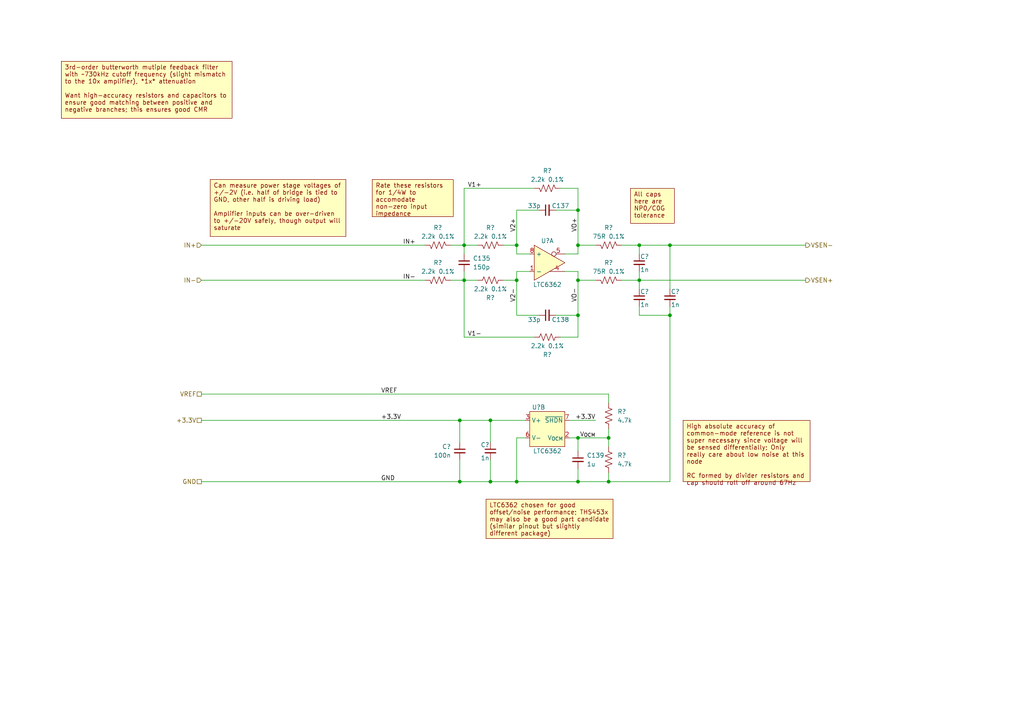
<source format=kicad_sch>
(kicad_sch (version 20230121) (generator eeschema)
  (paper "A4")
  (title_block (title "Shim Amplifier Prototype") (date "2023-08-01") (rev "A.1") (company "Ishaan Govindarajan"))
  (lib_symbols
    (symbol "Custom-AnalogIC:LTC6362"
      (property "Reference" "U" (at -2.54 6.35 0))
      (property "Value" "LTC6362" (at 0 -6.35 0))
      (symbol "LTC6362_1_1"
        (polyline (pts (xy -3.81 5.08) (xy -3.81 -5.08) (xy 5.08 0) (xy -3.81 5.08)) (fill (type background)))
        (pin input line (at -5.08 -2.54 0) (length 1.27) (name "-") (number "1"))
        (pin output line (at 5.08 -2.54 180) (length 4.445) (name "") (number "4"))
        (pin output inverted (at 5.08 2.54 180) (length 3.81) (name "") (number "5"))
        (pin input line (at -5.08 2.54 0) (length 1.27) (name "+") (number "8"))
      )
      (symbol "LTC6362_2_1"
        (rectangle (start -5.08 5.08) (end 5.08 -5.08) (fill (type background)))
        (pin input line (at 6.35 -2.54 180) (length 1.27) (name "V_{OCM}") (number "2"))
        (pin power_in line (at -6.35 2.54 0) (length 1.27) (name "V+") (number "3"))
        (pin power_in line (at -6.35 -2.54 0) (length 1.27) (name "V-") (number "6"))
        (pin input line (at 6.35 2.54 180) (length 1.27) (name "~{SHDN}") (number "7"))
      )
    )
    (symbol "Custom-Capacitor:CL10B102KB8NNNC" (pin_numbers hide) (pin_names (offset 0.254) hide)
      (property "Reference" "C" (at 0.254 1.778 0))
      (property "Value" "1n" (at 0.254 -2.032 0))
      (symbol "CL10B102KB8NNNC_0_1"
        (polyline (pts (xy -1.524 -0.508) (xy 1.524 -0.508)) (stroke (width 0.3302)))
        (polyline (pts (xy -1.524 0.508) (xy 1.524 0.508)) (stroke (width 0.3048)))
      )
      (symbol "CL10B102KB8NNNC_1_1"
        (pin passive line (at 0 2.54 270) (length 2.032) (name "~") (number "1"))
        (pin passive line (at 0 -2.54 90) (length 2.032) (name "~") (number "2"))
      )
    )
    (symbol "Custom-Capacitor:CL10B104KB8NNWC" (pin_numbers hide) (pin_names (offset 0.254) hide)
      (property "Reference" "C" (at 0.254 1.778 0))
      (property "Value" "100n" (at 0.254 -2.032 0))
      (symbol "CL10B104KB8NNWC_0_1"
        (polyline (pts (xy -1.524 -0.508) (xy 1.524 -0.508)) (stroke (width 0.3302)))
        (polyline (pts (xy -1.524 0.508) (xy 1.524 0.508)) (stroke (width 0.3048)))
      )
      (symbol "CL10B104KB8NNWC_1_1"
        (pin passive line (at 0 2.54 270) (length 2.032) (name "~") (number "1"))
        (pin passive line (at 0 -2.54 90) (length 2.032) (name "~") (number "2"))
      )
    )
    (symbol "Custom-Capacitor:CL21B105KBFNNNG" (pin_numbers hide) (pin_names (offset 0.254) hide)
      (property "Reference" "C" (at 0.254 1.778 0))
      (property "Value" "1u" (at 0.254 -2.032 0))
      (symbol "CL21B105KBFNNNG_0_1"
        (polyline (pts (xy -1.524 -0.508) (xy 1.524 -0.508)) (stroke (width 0.3302)))
        (polyline (pts (xy -1.524 0.508) (xy 1.524 0.508)) (stroke (width 0.3048)))
      )
      (symbol "CL21B105KBFNNNG_1_1"
        (pin passive line (at 0 2.54 270) (length 2.032) (name "~") (number "1"))
        (pin passive line (at 0 -2.54 90) (length 2.032) (name "~") (number "2"))
      )
    )
    (symbol "Custom-Capacitor:GCM1885C2A151JA16D" (pin_numbers hide) (pin_names (offset 0.254) hide)
      (property "Reference" "C" (at 0.254 1.778 0))
      (property "Value" "150p" (at 0.254 -2.032 0))
      (symbol "GCM1885C2A151JA16D_0_1"
        (polyline (pts (xy -1.524 -0.508) (xy 1.524 -0.508)) (stroke (width 0.3302)))
        (polyline (pts (xy -1.524 0.508) (xy 1.524 0.508)) (stroke (width 0.3048)))
      )
      (symbol "GCM1885C2A151JA16D_1_1"
        (pin passive line (at 0 2.54 270) (length 2.032) (name "~") (number "1"))
        (pin passive line (at 0 -2.54 90) (length 2.032) (name "~") (number "2"))
      )
    )
    (symbol "Custom-Capacitor:GCM1885C2A330JA16D" (pin_numbers hide) (pin_names (offset 0.254) hide)
      (property "Reference" "C" (at 0.254 1.778 0))
      (property "Value" "33p" (at 0.254 -2.032 0))
      (symbol "GCM1885C2A330JA16D_0_1"
        (polyline (pts (xy -1.524 -0.508) (xy 1.524 -0.508)) (stroke (width 0.3302)))
        (polyline (pts (xy -1.524 0.508) (xy 1.524 0.508)) (stroke (width 0.3048)))
      )
      (symbol "GCM1885C2A330JA16D_1_1"
        (pin passive line (at 0 2.54 270) (length 2.032) (name "~") (number "1"))
        (pin passive line (at 0 -2.54 90) (length 2.032) (name "~") (number "2"))
      )
    )
    (symbol "Custom-Resistor:RMCF0603FT4K70" (pin_numbers hide) (pin_names (offset 0))
      (property "Reference" "R" (at 2.54 0 90))
      (property "Value" "4.7k" (at -2.54 0 90))
      (symbol "RMCF0603FT4K70_0_1"
        (polyline (pts (xy 0 -2.286) (xy 0 -2.54)))
        (polyline (pts (xy 0 2.286) (xy 0 2.54)))
        (polyline (pts (xy 0 -0.762) (xy 1.016 -1.143) (xy 0 -1.524) (xy -1.016 -1.905) (xy 0 -2.286)))
        (polyline (pts (xy 0 0.762) (xy 1.016 0.381) (xy 0 0) (xy -1.016 -0.381) (xy 0 -0.762)))
        (polyline (pts (xy 0 2.286) (xy 1.016 1.905) (xy 0 1.524) (xy -1.016 1.143) (xy 0 0.762)))
      )
      (symbol "RMCF0603FT4K70_1_1"
        (pin passive line (at 0 3.81 270) (length 1.27) (name "~") (number "1"))
        (pin passive line (at 0 -3.81 90) (length 1.27) (name "~") (number "2"))
      )
    )
    (symbol "Custom-Resistor:RN73R1JTTD75R0B25" (pin_numbers hide) (pin_names (offset 0))
      (property "Reference" "R" (at 2.54 0 90))
      (property "Value" "75R 0.1%" (at -2.54 0 90))
      (symbol "RN73R1JTTD75R0B25_0_1"
        (polyline (pts (xy 0 -2.286) (xy 0 -2.54)))
        (polyline (pts (xy 0 2.286) (xy 0 2.54)))
        (polyline (pts (xy 0 -0.762) (xy 1.016 -1.143) (xy 0 -1.524) (xy -1.016 -1.905) (xy 0 -2.286)))
        (polyline (pts (xy 0 0.762) (xy 1.016 0.381) (xy 0 0) (xy -1.016 -0.381) (xy 0 -0.762)))
        (polyline (pts (xy 0 2.286) (xy 1.016 1.905) (xy 0 1.524) (xy -1.016 1.143) (xy 0 0.762)))
      )
      (symbol "RN73R1JTTD75R0B25_1_1"
        (pin passive line (at 0 3.81 270) (length 1.27) (name "~") (number "1"))
        (pin passive line (at 0 -3.81 90) (length 1.27) (name "~") (number "2"))
      )
    )
    (symbol "Custom-Resistor:RN73R2BTTD2201B25" (pin_numbers hide) (pin_names (offset 0))
      (property "Reference" "R" (at 2.54 0 90))
      (property "Value" "2.2k 0.1%" (at -2.54 0 90))
      (symbol "RN73R2BTTD2201B25_0_1"
        (polyline (pts (xy 0 -2.286) (xy 0 -2.54)))
        (polyline (pts (xy 0 2.286) (xy 0 2.54)))
        (polyline (pts (xy 0 -0.762) (xy 1.016 -1.143) (xy 0 -1.524) (xy -1.016 -1.905) (xy 0 -2.286)))
        (polyline (pts (xy 0 0.762) (xy 1.016 0.381) (xy 0 0) (xy -1.016 -0.381) (xy 0 -0.762)))
        (polyline (pts (xy 0 2.286) (xy 1.016 1.905) (xy 0 1.524) (xy -1.016 1.143) (xy 0 0.762)))
      )
      (symbol "RN73R2BTTD2201B25_1_1"
        (pin passive line (at 0 3.81 270) (length 1.27) (name "~") (number "1"))
        (pin passive line (at 0 -3.81 90) (length 1.27) (name "~") (number "2"))
      )
    )
  )
  (junction (at 133.35 139.7))
  (junction (at 167.64 139.7))
  (junction (at 133.35 121.92))
  (junction (at 142.24 121.92))
  (junction (at 134.62 81.28))
  (junction (at 167.64 71.12))
  (junction (at 167.64 81.28))
  (junction (at 142.24 139.7))
  (junction (at 194.31 71.12))
  (junction (at 167.64 60.96))
  (junction (at 185.42 81.28))
  (junction (at 149.86 81.28))
  (junction (at 176.53 139.7))
  (junction (at 167.64 127))
  (junction (at 176.53 127))
  (junction (at 134.62 71.12))
  (junction (at 194.31 91.44))
  (junction (at 149.86 139.7))
  (junction (at 185.42 71.12))
  (junction (at 167.64 91.44))
  (junction (at 149.86 71.12))
  (wire (pts (xy 194.31 88.9) (xy 194.31 91.44)))
  (wire (pts (xy 153.67 73.66) (xy 149.86 73.66)))
  (wire (pts (xy 134.62 97.79) (xy 134.62 81.28)))
  (wire (pts (xy 149.86 60.96) (xy 156.21 60.96)))
  (wire (pts (xy 185.42 78.74) (xy 185.42 81.28)))
  (wire (pts (xy 133.35 121.92) (xy 133.35 128.27)))
  (wire (pts (xy 167.64 135.89) (xy 167.64 139.7)))
  (wire (pts (xy 134.62 71.12) (xy 130.81 71.12)))
  (wire (pts (xy 167.64 97.79) (xy 167.64 91.44)))
  (wire (pts (xy 185.42 71.12) (xy 185.42 73.66)))
  (wire (pts (xy 167.64 60.96) (xy 161.29 60.96)))
  (wire (pts (xy 185.42 81.28) (xy 185.42 83.82)))
  (wire (pts (xy 176.53 127) (xy 176.53 129.54)))
  (wire (pts (xy 185.42 91.44) (xy 194.31 91.44)))
  (wire (pts (xy 149.86 127) (xy 152.4 127)))
  (wire (pts (xy 142.24 139.7) (xy 149.86 139.7)))
  (wire (pts (xy 176.53 137.16) (xy 176.53 139.7)))
  (wire (pts (xy 149.86 78.74) (xy 149.86 81.28)))
  (wire (pts (xy 167.64 71.12) (xy 167.64 73.66)))
  (wire (pts (xy 154.94 54.61) (xy 134.62 54.61)))
  (wire (pts (xy 167.64 54.61) (xy 167.64 60.96)))
  (wire (pts (xy 194.31 91.44) (xy 194.31 139.7)))
  (wire (pts (xy 149.86 139.7) (xy 167.64 139.7)))
  (wire (pts (xy 185.42 71.12) (xy 194.31 71.12)))
  (wire (pts (xy 149.86 71.12) (xy 149.86 73.66)))
  (wire (pts (xy 58.42 71.12) (xy 123.19 71.12)))
  (wire (pts (xy 58.42 81.28) (xy 123.19 81.28)))
  (wire (pts (xy 176.53 139.7) (xy 194.31 139.7)))
  (wire (pts (xy 138.43 71.12) (xy 134.62 71.12)))
  (wire (pts (xy 154.94 97.79) (xy 134.62 97.79)))
  (wire (pts (xy 149.86 71.12) (xy 149.86 60.96)))
  (wire (pts (xy 167.64 127) (xy 167.64 130.81)))
  (wire (pts (xy 142.24 121.92) (xy 152.4 121.92)))
  (wire (pts (xy 134.62 71.12) (xy 134.62 73.66)))
  (wire (pts (xy 167.64 78.74) (xy 163.83 78.74)))
  (wire (pts (xy 133.35 121.92) (xy 142.24 121.92)))
  (wire (pts (xy 134.62 81.28) (xy 130.81 81.28)))
  (wire (pts (xy 134.62 78.74) (xy 134.62 81.28)))
  (wire (pts (xy 133.35 139.7) (xy 142.24 139.7)))
  (wire (pts (xy 194.31 71.12) (xy 194.31 83.82)))
  (wire (pts (xy 185.42 88.9) (xy 185.42 91.44)))
  (wire (pts (xy 185.42 81.28) (xy 180.34 81.28)))
  (wire (pts (xy 167.64 54.61) (xy 162.56 54.61)))
  (wire (pts (xy 167.64 91.44) (xy 167.64 81.28)))
  (wire (pts (xy 172.72 81.28) (xy 167.64 81.28)))
  (wire (pts (xy 165.1 127) (xy 167.64 127)))
  (wire (pts (xy 138.43 81.28) (xy 134.62 81.28)))
  (wire (pts (xy 58.42 121.92) (xy 133.35 121.92)))
  (wire (pts (xy 167.64 60.96) (xy 167.64 71.12)))
  (wire (pts (xy 149.86 71.12) (xy 146.05 71.12)))
  (wire (pts (xy 167.64 81.28) (xy 167.64 78.74)))
  (wire (pts (xy 167.64 127) (xy 176.53 127)))
  (wire (pts (xy 134.62 54.61) (xy 134.62 71.12)))
  (wire (pts (xy 149.86 139.7) (xy 149.86 127)))
  (wire (pts (xy 149.86 91.44) (xy 156.21 91.44)))
  (wire (pts (xy 58.42 114.3) (xy 176.53 114.3)))
  (wire (pts (xy 142.24 133.35) (xy 142.24 139.7)))
  (wire (pts (xy 167.64 91.44) (xy 161.29 91.44)))
  (wire (pts (xy 58.42 139.7) (xy 133.35 139.7)))
  (wire (pts (xy 233.68 81.28) (xy 185.42 81.28)))
  (wire (pts (xy 165.1 121.92) (xy 172.72 121.92)))
  (wire (pts (xy 176.53 116.84) (xy 176.53 114.3)))
  (wire (pts (xy 167.64 139.7) (xy 176.53 139.7)))
  (wire (pts (xy 185.42 71.12) (xy 180.34 71.12)))
  (wire (pts (xy 149.86 81.28) (xy 149.86 91.44)))
  (wire (pts (xy 194.31 71.12) (xy 233.68 71.12)))
  (wire (pts (xy 133.35 133.35) (xy 133.35 139.7)))
  (wire (pts (xy 167.64 97.79) (xy 162.56 97.79)))
  (wire (pts (xy 149.86 81.28) (xy 146.05 81.28)))
  (wire (pts (xy 167.64 73.66) (xy 163.83 73.66)))
  (wire (pts (xy 153.67 78.74) (xy 149.86 78.74)))
  (wire (pts (xy 172.72 71.12) (xy 167.64 71.12)))
  (wire (pts (xy 142.24 121.92) (xy 142.24 128.27)))
  (wire (pts (xy 176.53 127) (xy 176.53 124.46)))
  (text_box "All caps here are NP0/C0G tolerance\n" (at 182.88 54.61 0) (size 12.7 10.16) (stroke (width 0) (color 132 0 0 1)) (fill (type color) (color 255 255 194 1)) (effects (font (size 1.27 1.27)) (justify left top)))
  (text_box "LTC6362 chosen for good offset/noise performance; THS453x may also be a good part candidate (similar pinout but slightly different package)\n" (at 140.97 144.78 0) (size 36.83 11.43) (stroke (width 0) (color 132 0 0 1)) (fill (type color) (color 255 255 194 1)) (effects (font (size 1.27 1.27)) (justify left top)))
  (text_box "Rate these resistors for 1/4W to accomodate non-zero input impedance" (at 107.95 52.07 0) (size 23.495 10.795) (stroke (width 0) (color 132 0 0 1)) (fill (type color) (color 255 255 194 1)) (effects (font (size 1.27 1.27)) (justify left top)))
  (text_box "Can measure power stage voltages of +/-2V (i.e. half of bridge is tied to GND, other half is driving load)\n\nAmplifier inputs can be over-driven to +/-20V safely, though output will saturate" (at 60.96 52.07 0) (size 39.37 16.51) (stroke (width 0) (color 132 0 0 1)) (fill (type color) (color 255 255 194 1)) (effects (font (size 1.27 1.27)) (justify left top)))
  (text_box "3rd-order butterworth mutiple feedback filter with ~730kHz cutoff frequency (slight mismatch to the 10x amplifier), *1x* attenuation\n\nWant high-accuracy resistors and capacitors to ensure good matching between positive and negative branches; this ensures good CMR" (at 17.78 17.78 0) (size 49.53 16.51) (stroke (width 0) (color 132 0 0 1)) (fill (type color) (color 255 255 194 1)) (effects (font (size 1.27 1.27)) (justify left top)))
  (text_box "High absolute accuracy of common-mode reference is not super necessary since voltage will be sensed differentially; Only really care about low noise at this node\n\nRC formed by divider resistors and cap should roll off around 67Hz\n" (at 198.12 121.92 0) (size 36.83 17.78) (stroke (width 0) (color 132 0 0 1)) (fill (type color) (color 255 255 194 1)) (effects (font (size 1.27 1.27)) (justify left top)))
  (label "V1+" (at 139.7 54.61 180))
  (label "V2-" (at 149.86 87.63 90))
  (label "V_{OCM}" (at 172.72 127 180))
  (label "+3.3V" (at 172.72 121.92 180))
  (label "GND" (at 110.49 139.7 0))
  (label "V1-" (at 139.7 97.79 180))
  (label "IN+" (at 116.84 71.12 0))
  (label "V2+" (at 149.86 67.31 90))
  (label "VO-" (at 167.64 87.63 90))
  (label "VO+" (at 167.64 67.31 90))
  (label "IN-" (at 116.84 81.28 0))
  (label "VREF" (at 110.49 114.3 0))
  (label "+3.3V" (at 110.49 121.92 0))
  (hierarchical_label "VSEN+" (shape output) (at 233.68 81.28 0))
  (hierarchical_label "GND" (shape passive) (at 58.42 139.7 180))
  (hierarchical_label "VREF" (shape passive) (at 58.42 114.3 180))
  (hierarchical_label "VSEN-" (shape output) (at 233.68 71.12 0))
  (hierarchical_label "IN-" (shape input) (at 58.42 81.28 180))
  (hierarchical_label "+3.3V" (shape passive) (at 58.42 121.92 180))
  (hierarchical_label "IN+" (shape input) (at 58.42 71.12 180))
  (symbol (lib_id "Custom-Resistor:RN73R1JTTD75R0B25") (at 176.53 81.28 270) (mirror x) (unit 1)
    (property "Reference" "R?" (at 176.53 76.2 90))
    (property "Value" "75R 0.1%" (at 176.53 78.74 90))
    (property "Footprint" "Resistor_SMD:R_0603_1608Metric_Pad0.98x0.95mm_HandSolder" (effects hide))
    (property "Datasheet" "https://www.koaspeer.com/pdfs/RN73R.pdf" (effects hide))
    (property "Manufacturer" "KOA Speer Electronics, Inc." (effects hide))
    (property "Part Number" "RN73R1JTTD75R0B25" (effects hide))
    (instances (project "Class-D Prototype RevB" (path "" (reference "R?") (unit 1)) (path "" (reference "R?") (unit 1)) (path "" (reference "R44") (unit 1))))
  )
  (symbol (lib_id "Custom-Capacitor:CL21B105KBFNNNG") (at 167.64 133.35 0) (unit 1)
    (property "Reference" "C139" (at 170.18 132.0863 0) (effects (justify left)))
    (property "Value" "1u" (at 170.18 134.6263 0) (effects (justify left)))
    (property "Footprint" "Capacitor_SMD:C_0805_2012Metric_Pad1.18x1.45mm_HandSolder" (effects hide))
    (property "Datasheet" "https://media.digikey.com/pdf/Data%20Sheets/Samsung%20PDFs/CL21B105KBFNNNG_Spec.pdf" (effects hide))
    (property "Manufacturer" "Samsung Electro-Mechanics" (effects hide))
    (property "Part Number" "CL21B105KBFNNNG" (effects hide))
  )
  (symbol (lib_id "Custom-Resistor:RMCF0603FT4K70") (at 176.53 120.65 0) (unit 1)
    (property "Reference" "R?" (at 179.07 119.38 0) (effects (justify left)))
    (property "Value" "4.7k" (at 179.07 121.92 0) (effects (justify left)))
    (property "Footprint" "Resistor_SMD:R_0603_1608Metric_Pad0.98x0.95mm_HandSolder" (effects hide))
    (property "Datasheet" "https://www.seielect.com/Catalog/SEI-RMCF_RMCP.pdf" (effects hide))
    (property "Manufacturer" "Stackpole Electronics Inc" (effects hide))
    (property "Part Number" "RMCF0603FT4K70" (effects hide))
    (instances (project "Class-D Prototype RevB" (path "" (reference "R?") (unit 1)) (path "" (reference "R45") (unit 1))))
  )
  (symbol (lib_id "Custom-AnalogIC:LTC6362") (at 158.75 124.46 0) (unit 2)
    (property "Reference" "U?" (at 156.21 118.11 0))
    (property "Value" "LTC6362" (at 158.75 130.81 0))
    (property "Footprint" "Package_SO:MSOP-8_3x3mm_P0.65mm" (effects hide))
    (property "Datasheet" "https://www.analog.com/media/en/technical-documentation/data-sheets/6362fa.pdf" (effects hide))
    (property "Manufacturer" "Analog Devices Inc." (effects hide))
    (property "Part Number" "LTC6362CMS8#TRPBF" (effects hide))
    (instances (project "Class-D Prototype RevB" (path "" (reference "U?") (unit 2)) (path "" (reference "U?") (unit 2)) (path "" (reference "U7") (unit 2))))
  )
  (symbol (lib_id "Custom-Resistor:RN73R2BTTD2201B25") (at 127 81.28 270) (mirror x) (unit 1)
    (property "Reference" "R?" (at 127 76.2 90))
    (property "Value" "2.2k 0.1%" (at 127 78.74 90))
    (property "Footprint" "Resistor_SMD:R_1206_3216Metric_Pad1.30x1.75mm_HandSolder" (effects hide))
    (property "Datasheet" "https://www.koaspeer.com/pdfs/RN73R.pdf" (effects hide))
    (property "Manufacturer" "KOA Speer Electronics, Inc." (effects hide))
    (property "Part Number" "RN73R2BTTD2201B25" (effects hide))
    (instances (project "Class-D Prototype RevB" (path "" (reference "R?") (unit 1)) (path "" (reference "R?") (unit 1)) (path "" (reference "R38") (unit 1))))
  )
  (symbol (lib_id "Custom-Resistor:RN73R2BTTD2201B25") (at 142.24 71.12 270) (mirror x) (unit 1)
    (property "Reference" "R?" (at 142.24 66.04 90))
    (property "Value" "2.2k 0.1%" (at 142.24 68.58 90))
    (property "Footprint" "Resistor_SMD:R_1206_3216Metric_Pad1.30x1.75mm_HandSolder" (effects hide))
    (property "Datasheet" "https://www.koaspeer.com/pdfs/RN73R.pdf" (effects hide))
    (property "Manufacturer" "KOA Speer Electronics, Inc." (effects hide))
    (property "Part Number" "RN73R2BTTD2201B25" (effects hide))
    (instances (project "Class-D Prototype RevB" (path "" (reference "R?") (unit 1)) (path "" (reference "R?") (unit 1)) (path "" (reference "R39") (unit 1))))
  )
  (symbol (lib_id "Custom-Capacitor:CL10B102KB8NNNC") (at 142.24 130.81 0) (mirror y) (unit 1)
    (property "Reference" "C?" (at 141.986 129.032 0) (effects (justify left)))
    (property "Value" "1n" (at 141.986 132.842 0) (effects (justify left)))
    (property "Footprint" "Capacitor_SMD:C_0603_1608Metric_Pad1.08x0.95mm_HandSolder" (effects hide))
    (property "Datasheet" "https://product.samsungsem.com/mlcc/CL10B102KB8NNN.do" (effects hide))
    (property "Manufacturer" "Samsung Electro-Mechanics" (effects hide))
    (property "Part Number" "CL10B102KB8NNNC" (effects hide))
    (instances (project "Class-D Prototype RevB" (path "" (reference "C?") (unit 1)) (path "" (reference "C?") (unit 1)) (path "" (reference "C136") (unit 1))))
  )
  (symbol (lib_id "Custom-AnalogIC:LTC6362") (at 158.75 76.2 0) (unit 1)
    (property "Reference" "U?" (at 158.75 69.85 0))
    (property "Value" "LTC6362" (at 158.75 82.55 0))
    (property "Footprint" "Package_SO:MSOP-8_3x3mm_P0.65mm" (effects hide))
    (property "Datasheet" "https://www.analog.com/media/en/technical-documentation/data-sheets/6362fa.pdf" (effects hide))
    (property "Manufacturer" "Analog Devices Inc." (effects hide))
    (property "Part Number" "LTC6362CMS8#TRPBF" (effects hide))
    (instances (project "Class-D Prototype RevB" (path "" (reference "U?") (unit 1)) (path "" (reference "U?") (unit 1)) (path "" (reference "U7") (unit 1))))
  )
  (symbol (lib_id "Custom-Resistor:RN73R2BTTD2201B25") (at 158.75 54.61 270) (mirror x) (unit 1)
    (property "Reference" "R?" (at 158.75 49.53 90))
    (property "Value" "2.2k 0.1%" (at 158.75 52.07 90))
    (property "Footprint" "Resistor_SMD:R_1206_3216Metric_Pad1.30x1.75mm_HandSolder" (effects hide))
    (property "Datasheet" "https://www.koaspeer.com/pdfs/RN73R.pdf" (effects hide))
    (property "Manufacturer" "KOA Speer Electronics, Inc." (effects hide))
    (property "Part Number" "RN73R2BTTD2201B25" (effects hide))
    (instances (project "Class-D Prototype RevB" (path "" (reference "R?") (unit 1)) (path "" (reference "R?") (unit 1)) (path "" (reference "R41") (unit 1))))
  )
  (symbol (lib_id "Custom-Capacitor:CL10B102KB8NNNC") (at 194.31 86.36 0) (unit 1)
    (property "Reference" "C?" (at 194.564 84.582 0) (effects (justify left)))
    (property "Value" "1n" (at 194.564 88.392 0) (effects (justify left)))
    (property "Footprint" "Capacitor_SMD:C_0603_1608Metric_Pad1.08x0.95mm_HandSolder" (effects hide))
    (property "Datasheet" "https://product.samsungsem.com/mlcc/CL10B102KB8NNN.do" (effects hide))
    (property "Manufacturer" "Samsung Electro-Mechanics" (effects hide))
    (property "Part Number" "CL10B102KB8NNNC" (effects hide))
    (instances (project "Class-D Prototype RevB" (path "" (reference "C?") (unit 1)) (path "" (reference "C?") (unit 1)) (path "" (reference "C142") (unit 1))))
  )
  (symbol (lib_id "Custom-Resistor:RN73R1JTTD75R0B25") (at 176.53 71.12 270) (mirror x) (unit 1)
    (property "Reference" "R?" (at 176.53 66.04 90))
    (property "Value" "75R 0.1%" (at 176.53 68.58 90))
    (property "Footprint" "Resistor_SMD:R_0603_1608Metric_Pad0.98x0.95mm_HandSolder" (effects hide))
    (property "Datasheet" "https://www.koaspeer.com/pdfs/RN73R.pdf" (effects hide))
    (property "Manufacturer" "KOA Speer Electronics, Inc." (effects hide))
    (property "Part Number" "RN73R1JTTD75R0B25" (effects hide))
    (instances (project "Class-D Prototype RevB" (path "" (reference "R?") (unit 1)) (path "" (reference "R?") (unit 1)) (path "" (reference "R43") (unit 1))))
  )
  (symbol (lib_id "Custom-Capacitor:CL10B102KB8NNNC") (at 185.42 86.36 0) (unit 1)
    (property "Reference" "C?" (at 185.674 84.582 0) (effects (justify left)))
    (property "Value" "1n" (at 185.674 88.392 0) (effects (justify left)))
    (property "Footprint" "Capacitor_SMD:C_0603_1608Metric_Pad1.08x0.95mm_HandSolder" (effects hide))
    (property "Datasheet" "https://product.samsungsem.com/mlcc/CL10B102KB8NNN.do" (effects hide))
    (property "Manufacturer" "Samsung Electro-Mechanics" (effects hide))
    (property "Part Number" "CL10B102KB8NNNC" (effects hide))
    (instances (project "Class-D Prototype RevB" (path "" (reference "C?") (unit 1)) (path "" (reference "C?") (unit 1)) (path "" (reference "C141") (unit 1))))
  )
  (symbol (lib_id "Custom-Capacitor:CL10B104KB8NNWC") (at 133.35 130.81 0) (unit 1)
    (property "Reference" "C?" (at 130.81 129.5463 0) (effects (justify right)))
    (property "Value" "100n" (at 130.81 132.0863 0) (effects (justify right)))
    (property "Footprint" "Capacitor_SMD:C_0603_1608Metric_Pad1.08x0.95mm_HandSolder" (effects hide))
    (property "Datasheet" "https://product.samsungsem.com/mlcc/CL31B106KAHNFN.do" (effects hide))
    (property "Manufacturer" "Samsung Electro-Mechanics" (effects hide))
    (property "Part Number" "CL10B104KB8NNWC" (effects hide))
    (instances (project "Class-D Prototype RevB" (path "" (reference "C?") (unit 1)) (path "" (reference "C?") (unit 1)) (path "" (reference "C134") (unit 1))))
  )
  (symbol (lib_id "Custom-Resistor:RN73R2BTTD2201B25") (at 142.24 81.28 270) (unit 1)
    (property "Reference" "R?" (at 142.24 86.36 90))
    (property "Value" "2.2k 0.1%" (at 142.24 83.82 90))
    (property "Footprint" "Resistor_SMD:R_1206_3216Metric_Pad1.30x1.75mm_HandSolder" (effects hide))
    (property "Datasheet" "https://www.koaspeer.com/pdfs/RN73R.pdf" (effects hide))
    (property "Manufacturer" "KOA Speer Electronics, Inc." (effects hide))
    (property "Part Number" "RN73R2BTTD2201B25" (effects hide))
    (instances (project "Class-D Prototype RevB" (path "" (reference "R?") (unit 1)) (path "" (reference "R?") (unit 1)) (path "" (reference "R40") (unit 1))))
  )
  (symbol (lib_id "Custom-Resistor:RN73R2BTTD2201B25") (at 127 71.12 270) (mirror x) (unit 1)
    (property "Reference" "R?" (at 127 66.04 90))
    (property "Value" "2.2k 0.1%" (at 127 68.58 90))
    (property "Footprint" "Resistor_SMD:R_1206_3216Metric_Pad1.30x1.75mm_HandSolder" (effects hide))
    (property "Datasheet" "https://www.koaspeer.com/pdfs/RN73R.pdf" (effects hide))
    (property "Manufacturer" "KOA Speer Electronics, Inc." (effects hide))
    (property "Part Number" "RN73R2BTTD2201B25" (effects hide))
    (instances (project "Class-D Prototype RevB" (path "" (reference "R?") (unit 1)) (path "" (reference "R?") (unit 1)) (path "" (reference "R37") (unit 1))))
  )
  (symbol (lib_id "Custom-Capacitor:CL10B102KB8NNNC") (at 185.42 76.2 0) (unit 1)
    (property "Reference" "C?" (at 185.674 74.422 0) (effects (justify left)))
    (property "Value" "1n" (at 185.674 78.232 0) (effects (justify left)))
    (property "Footprint" "Capacitor_SMD:C_0603_1608Metric_Pad1.08x0.95mm_HandSolder" (effects hide))
    (property "Datasheet" "https://product.samsungsem.com/mlcc/CL10B102KB8NNN.do" (effects hide))
    (property "Manufacturer" "Samsung Electro-Mechanics" (effects hide))
    (property "Part Number" "CL10B102KB8NNNC" (effects hide))
    (instances (project "Class-D Prototype RevB" (path "" (reference "C?") (unit 1)) (path "" (reference "C?") (unit 1)) (path "" (reference "C140") (unit 1))))
  )
  (symbol (lib_id "Custom-Resistor:RMCF0603FT4K70") (at 176.53 133.35 0) (unit 1)
    (property "Reference" "R?" (at 179.07 132.08 0) (effects (justify left)))
    (property "Value" "4.7k" (at 179.07 134.62 0) (effects (justify left)))
    (property "Footprint" "Resistor_SMD:R_0603_1608Metric_Pad0.98x0.95mm_HandSolder" (effects hide))
    (property "Datasheet" "https://www.seielect.com/Catalog/SEI-RMCF_RMCP.pdf" (effects hide))
    (property "Manufacturer" "Stackpole Electronics Inc" (effects hide))
    (property "Part Number" "RMCF0603FT4K70" (effects hide))
    (instances (project "Class-D Prototype RevB" (path "" (reference "R?") (unit 1)) (path "" (reference "R46") (unit 1))))
  )
  (symbol (lib_id "Custom-Capacitor:GCM1885C2A151JA16D") (at 134.62 76.2 0) (unit 1)
    (property "Reference" "C135" (at 137.16 74.9363 0) (effects (justify left)))
    (property "Value" "150p" (at 137.16 77.4763 0) (effects (justify left)))
    (property "Footprint" "Capacitor_SMD:C_0603_1608Metric_Pad1.08x0.95mm_HandSolder" (effects hide))
    (property "Datasheet" "https://search.murata.co.jp/Ceramy/image/img/A01X/G101/ENG/GCM1885C2A151JA16-01.pdf" (effects hide))
    (property "Manufacturer" "Murata Electronics" (effects hide))
    (property "Part Number" "GCM1885C2A151JA16D" (effects hide))
  )
  (symbol (lib_id "Custom-Capacitor:GCM1885C2A330JA16D") (at 158.75 60.96 90) (unit 1)
    (property "Reference" "C137" (at 162.56 59.69 90))
    (property "Value" "33p" (at 154.94 59.69 90))
    (property "Footprint" "Capacitor_SMD:C_0603_1608Metric_Pad1.08x0.95mm_HandSolder" (effects hide))
    (property "Datasheet" "https://www.murata.com/-/media/webrenewal/support/library/catalog/products/k35e.ashx?la=en-us&cvid=20200508021757000000" (effects hide))
    (property "Manufacturer" "Murata Electronics" (effects hide))
    (property "Part Number" "GCM1885C2A330JA16D" (effects hide))
  )
  (symbol (lib_id "Custom-Resistor:RN73R2BTTD2201B25") (at 158.75 97.79 270) (unit 1)
    (property "Reference" "R?" (at 158.75 102.87 90))
    (property "Value" "2.2k 0.1%" (at 158.75 100.33 90))
    (property "Footprint" "Resistor_SMD:R_1206_3216Metric_Pad1.30x1.75mm_HandSolder" (effects hide))
    (property "Datasheet" "https://www.koaspeer.com/pdfs/RN73R.pdf" (effects hide))
    (property "Manufacturer" "KOA Speer Electronics, Inc." (effects hide))
    (property "Part Number" "RN73R2BTTD2201B25" (effects hide))
    (instances (project "Class-D Prototype RevB" (path "" (reference "R?") (unit 1)) (path "" (reference "R?") (unit 1)) (path "" (reference "R42") (unit 1))))
  )
  (symbol (lib_id "Custom-Capacitor:GCM1885C2A330JA16D") (at 158.75 91.44 90) (mirror x) (unit 1)
    (property "Reference" "C138" (at 162.56 92.71 90))
    (property "Value" "33p" (at 154.94 92.71 90))
    (property "Footprint" "Capacitor_SMD:C_0603_1608Metric_Pad1.08x0.95mm_HandSolder" (effects hide))
    (property "Datasheet" "https://www.murata.com/-/media/webrenewal/support/library/catalog/products/k35e.ashx?la=en-us&cvid=20200508021757000000" (effects hide))
    (property "Manufacturer" "Murata Electronics" (effects hide))
    (property "Part Number" "GCM1885C2A330JA16D" (effects hide))
  )
)
</source>
